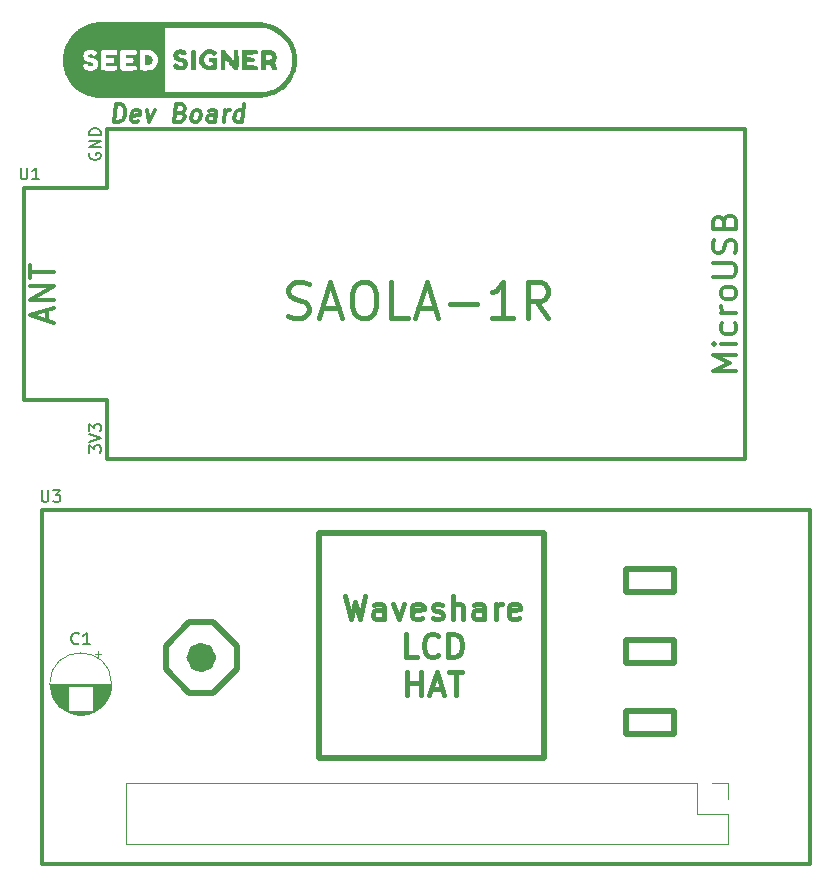
<source format=gbr>
%TF.GenerationSoftware,KiCad,Pcbnew,6.0.9-8da3e8f707~116~ubuntu20.04.1*%
%TF.CreationDate,2022-11-01T21:27:12-06:00*%
%TF.ProjectId,seedsigner-esp32-dev-board,73656564-7369-4676-9e65-722d65737033,rev?*%
%TF.SameCoordinates,Original*%
%TF.FileFunction,Legend,Top*%
%TF.FilePolarity,Positive*%
%FSLAX46Y46*%
G04 Gerber Fmt 4.6, Leading zero omitted, Abs format (unit mm)*
G04 Created by KiCad (PCBNEW 6.0.9-8da3e8f707~116~ubuntu20.04.1) date 2022-11-01 21:27:12*
%MOMM*%
%LPD*%
G01*
G04 APERTURE LIST*
%ADD10C,0.300000*%
%ADD11C,0.400000*%
%ADD12C,0.150000*%
%ADD13C,0.500000*%
%ADD14C,0.120000*%
%ADD15C,1.250000*%
G04 APERTURE END LIST*
D10*
X3508333Y48514285D02*
X3508333Y49466666D01*
X4079761Y48323809D02*
X2079761Y48990476D01*
X4079761Y49657142D01*
X4079761Y50323809D02*
X2079761Y50323809D01*
X4079761Y51466666D01*
X2079761Y51466666D01*
X2079761Y52133333D02*
X2079761Y53276190D01*
X4079761Y52704761D02*
X2079761Y52704761D01*
X9161419Y65361428D02*
X9348919Y66861428D01*
X9706062Y66861428D01*
X9911419Y66790000D01*
X10036419Y66647142D01*
X10089991Y66504285D01*
X10125705Y66218571D01*
X10098919Y66004285D01*
X9991776Y65718571D01*
X9902491Y65575714D01*
X9741776Y65432857D01*
X9518562Y65361428D01*
X9161419Y65361428D01*
X11241776Y65432857D02*
X11089991Y65361428D01*
X10804276Y65361428D01*
X10670348Y65432857D01*
X10616776Y65575714D01*
X10688205Y66147142D01*
X10777491Y66290000D01*
X10929276Y66361428D01*
X11214991Y66361428D01*
X11348919Y66290000D01*
X11402491Y66147142D01*
X11384633Y66004285D01*
X10652491Y65861428D01*
X11929276Y66361428D02*
X12161419Y65361428D01*
X12643562Y66361428D01*
X14831062Y66147142D02*
X15036419Y66075714D01*
X15098919Y66004285D01*
X15152491Y65861428D01*
X15125705Y65647142D01*
X15036419Y65504285D01*
X14956062Y65432857D01*
X14804276Y65361428D01*
X14232848Y65361428D01*
X14420348Y66861428D01*
X14920348Y66861428D01*
X15054276Y66790000D01*
X15116776Y66718571D01*
X15170348Y66575714D01*
X15152491Y66432857D01*
X15063205Y66290000D01*
X14982848Y66218571D01*
X14831062Y66147142D01*
X14331062Y66147142D01*
X15947133Y65361428D02*
X15813205Y65432857D01*
X15750705Y65504285D01*
X15697133Y65647142D01*
X15750705Y66075714D01*
X15839991Y66218571D01*
X15920348Y66290000D01*
X16072133Y66361428D01*
X16286419Y66361428D01*
X16420348Y66290000D01*
X16482848Y66218571D01*
X16536419Y66075714D01*
X16482848Y65647142D01*
X16393562Y65504285D01*
X16313205Y65432857D01*
X16161419Y65361428D01*
X15947133Y65361428D01*
X17732848Y65361428D02*
X17831062Y66147142D01*
X17777491Y66290000D01*
X17643562Y66361428D01*
X17357848Y66361428D01*
X17206062Y66290000D01*
X17741776Y65432857D02*
X17589991Y65361428D01*
X17232848Y65361428D01*
X17098919Y65432857D01*
X17045348Y65575714D01*
X17063205Y65718571D01*
X17152491Y65861428D01*
X17304276Y65932857D01*
X17661419Y65932857D01*
X17813205Y66004285D01*
X18447133Y65361428D02*
X18572133Y66361428D01*
X18536419Y66075714D02*
X18625705Y66218571D01*
X18706062Y66290000D01*
X18857848Y66361428D01*
X19000705Y66361428D01*
X20018562Y65361428D02*
X20206062Y66861428D01*
X20027491Y65432857D02*
X19875705Y65361428D01*
X19589991Y65361428D01*
X19456062Y65432857D01*
X19393562Y65504285D01*
X19339991Y65647142D01*
X19393562Y66075714D01*
X19482848Y66218571D01*
X19563205Y66290000D01*
X19714991Y66361428D01*
X20000705Y66361428D01*
X20134633Y66290000D01*
X61864761Y44276190D02*
X59864761Y44276190D01*
X61293333Y44942857D01*
X59864761Y45609523D01*
X61864761Y45609523D01*
X61864761Y46561904D02*
X60531428Y46561904D01*
X59864761Y46561904D02*
X59960000Y46466666D01*
X60055238Y46561904D01*
X59960000Y46657142D01*
X59864761Y46561904D01*
X60055238Y46561904D01*
X61769523Y48371428D02*
X61864761Y48180952D01*
X61864761Y47800000D01*
X61769523Y47609523D01*
X61674285Y47514285D01*
X61483809Y47419047D01*
X60912380Y47419047D01*
X60721904Y47514285D01*
X60626666Y47609523D01*
X60531428Y47800000D01*
X60531428Y48180952D01*
X60626666Y48371428D01*
X61864761Y49228571D02*
X60531428Y49228571D01*
X60912380Y49228571D02*
X60721904Y49323809D01*
X60626666Y49419047D01*
X60531428Y49609523D01*
X60531428Y49800000D01*
X61864761Y50752380D02*
X61769523Y50561904D01*
X61674285Y50466666D01*
X61483809Y50371428D01*
X60912380Y50371428D01*
X60721904Y50466666D01*
X60626666Y50561904D01*
X60531428Y50752380D01*
X60531428Y51038095D01*
X60626666Y51228571D01*
X60721904Y51323809D01*
X60912380Y51419047D01*
X61483809Y51419047D01*
X61674285Y51323809D01*
X61769523Y51228571D01*
X61864761Y51038095D01*
X61864761Y50752380D01*
X59864761Y52276190D02*
X61483809Y52276190D01*
X61674285Y52371428D01*
X61769523Y52466666D01*
X61864761Y52657142D01*
X61864761Y53038095D01*
X61769523Y53228571D01*
X61674285Y53323809D01*
X61483809Y53419047D01*
X59864761Y53419047D01*
X61769523Y54276190D02*
X61864761Y54561904D01*
X61864761Y55038095D01*
X61769523Y55228571D01*
X61674285Y55323809D01*
X61483809Y55419047D01*
X61293333Y55419047D01*
X61102857Y55323809D01*
X61007619Y55228571D01*
X60912380Y55038095D01*
X60817142Y54657142D01*
X60721904Y54466666D01*
X60626666Y54371428D01*
X60436190Y54276190D01*
X60245714Y54276190D01*
X60055238Y54371428D01*
X59960000Y54466666D01*
X59864761Y54657142D01*
X59864761Y55133333D01*
X59960000Y55419047D01*
X60817142Y56942857D02*
X60912380Y57228571D01*
X61007619Y57323809D01*
X61198095Y57419047D01*
X61483809Y57419047D01*
X61674285Y57323809D01*
X61769523Y57228571D01*
X61864761Y57038095D01*
X61864761Y56276190D01*
X59864761Y56276190D01*
X59864761Y56942857D01*
X59960000Y57133333D01*
X60055238Y57228571D01*
X60245714Y57323809D01*
X60436190Y57323809D01*
X60626666Y57228571D01*
X60721904Y57133333D01*
X60817142Y56942857D01*
X60817142Y56276190D01*
D11*
X23925000Y48950714D02*
X24353571Y48807857D01*
X25067857Y48807857D01*
X25353571Y48950714D01*
X25496428Y49093571D01*
X25639285Y49379285D01*
X25639285Y49665000D01*
X25496428Y49950714D01*
X25353571Y50093571D01*
X25067857Y50236428D01*
X24496428Y50379285D01*
X24210714Y50522142D01*
X24067857Y50665000D01*
X23925000Y50950714D01*
X23925000Y51236428D01*
X24067857Y51522142D01*
X24210714Y51665000D01*
X24496428Y51807857D01*
X25210714Y51807857D01*
X25639285Y51665000D01*
X26782142Y49665000D02*
X28210714Y49665000D01*
X26496428Y48807857D02*
X27496428Y51807857D01*
X28496428Y48807857D01*
X30067857Y51807857D02*
X30639285Y51807857D01*
X30925000Y51665000D01*
X31210714Y51379285D01*
X31353571Y50807857D01*
X31353571Y49807857D01*
X31210714Y49236428D01*
X30925000Y48950714D01*
X30639285Y48807857D01*
X30067857Y48807857D01*
X29782142Y48950714D01*
X29496428Y49236428D01*
X29353571Y49807857D01*
X29353571Y50807857D01*
X29496428Y51379285D01*
X29782142Y51665000D01*
X30067857Y51807857D01*
X34067857Y48807857D02*
X32639285Y48807857D01*
X32639285Y51807857D01*
X34925000Y49665000D02*
X36353571Y49665000D01*
X34639285Y48807857D02*
X35639285Y51807857D01*
X36639285Y48807857D01*
X37639285Y49950714D02*
X39925000Y49950714D01*
X42925000Y48807857D02*
X41210714Y48807857D01*
X42067857Y48807857D02*
X42067857Y51807857D01*
X41782142Y51379285D01*
X41496428Y51093571D01*
X41210714Y50950714D01*
X45925000Y48807857D02*
X44925000Y50236428D01*
X44210714Y48807857D02*
X44210714Y51807857D01*
X45353571Y51807857D01*
X45639285Y51665000D01*
X45782142Y51522142D01*
X45925000Y51236428D01*
X45925000Y50807857D01*
X45782142Y50522142D01*
X45639285Y50379285D01*
X45353571Y50236428D01*
X44210714Y50236428D01*
X28718809Y25270238D02*
X29195000Y23270238D01*
X29575952Y24698809D01*
X29956904Y23270238D01*
X30433095Y25270238D01*
X32052142Y23270238D02*
X32052142Y24317857D01*
X31956904Y24508333D01*
X31766428Y24603571D01*
X31385476Y24603571D01*
X31195000Y24508333D01*
X32052142Y23365476D02*
X31861666Y23270238D01*
X31385476Y23270238D01*
X31195000Y23365476D01*
X31099761Y23555952D01*
X31099761Y23746428D01*
X31195000Y23936904D01*
X31385476Y24032142D01*
X31861666Y24032142D01*
X32052142Y24127380D01*
X32814047Y24603571D02*
X33290238Y23270238D01*
X33766428Y24603571D01*
X35290238Y23365476D02*
X35099761Y23270238D01*
X34718809Y23270238D01*
X34528333Y23365476D01*
X34433095Y23555952D01*
X34433095Y24317857D01*
X34528333Y24508333D01*
X34718809Y24603571D01*
X35099761Y24603571D01*
X35290238Y24508333D01*
X35385476Y24317857D01*
X35385476Y24127380D01*
X34433095Y23936904D01*
X36147380Y23365476D02*
X36337857Y23270238D01*
X36718809Y23270238D01*
X36909285Y23365476D01*
X37004523Y23555952D01*
X37004523Y23651190D01*
X36909285Y23841666D01*
X36718809Y23936904D01*
X36433095Y23936904D01*
X36242619Y24032142D01*
X36147380Y24222619D01*
X36147380Y24317857D01*
X36242619Y24508333D01*
X36433095Y24603571D01*
X36718809Y24603571D01*
X36909285Y24508333D01*
X37861666Y23270238D02*
X37861666Y25270238D01*
X38718809Y23270238D02*
X38718809Y24317857D01*
X38623571Y24508333D01*
X38433095Y24603571D01*
X38147380Y24603571D01*
X37956904Y24508333D01*
X37861666Y24413095D01*
X40528333Y23270238D02*
X40528333Y24317857D01*
X40433095Y24508333D01*
X40242619Y24603571D01*
X39861666Y24603571D01*
X39671190Y24508333D01*
X40528333Y23365476D02*
X40337857Y23270238D01*
X39861666Y23270238D01*
X39671190Y23365476D01*
X39575952Y23555952D01*
X39575952Y23746428D01*
X39671190Y23936904D01*
X39861666Y24032142D01*
X40337857Y24032142D01*
X40528333Y24127380D01*
X41480714Y23270238D02*
X41480714Y24603571D01*
X41480714Y24222619D02*
X41575952Y24413095D01*
X41671190Y24508333D01*
X41861666Y24603571D01*
X42052142Y24603571D01*
X43480714Y23365476D02*
X43290238Y23270238D01*
X42909285Y23270238D01*
X42718809Y23365476D01*
X42623571Y23555952D01*
X42623571Y24317857D01*
X42718809Y24508333D01*
X42909285Y24603571D01*
X43290238Y24603571D01*
X43480714Y24508333D01*
X43575952Y24317857D01*
X43575952Y24127380D01*
X42623571Y23936904D01*
X34814047Y20050238D02*
X33861666Y20050238D01*
X33861666Y22050238D01*
X36623571Y20240714D02*
X36528333Y20145476D01*
X36242619Y20050238D01*
X36052142Y20050238D01*
X35766428Y20145476D01*
X35575952Y20335952D01*
X35480714Y20526428D01*
X35385476Y20907380D01*
X35385476Y21193095D01*
X35480714Y21574047D01*
X35575952Y21764523D01*
X35766428Y21955000D01*
X36052142Y22050238D01*
X36242619Y22050238D01*
X36528333Y21955000D01*
X36623571Y21859761D01*
X37480714Y20050238D02*
X37480714Y22050238D01*
X37956904Y22050238D01*
X38242619Y21955000D01*
X38433095Y21764523D01*
X38528333Y21574047D01*
X38623571Y21193095D01*
X38623571Y20907380D01*
X38528333Y20526428D01*
X38433095Y20335952D01*
X38242619Y20145476D01*
X37956904Y20050238D01*
X37480714Y20050238D01*
X34004523Y16830238D02*
X34004523Y18830238D01*
X34004523Y17877857D02*
X35147380Y17877857D01*
X35147380Y16830238D02*
X35147380Y18830238D01*
X36004523Y17401666D02*
X36956904Y17401666D01*
X35814047Y16830238D02*
X36480714Y18830238D01*
X37147380Y16830238D01*
X37528333Y18830238D02*
X38671190Y18830238D01*
X38099761Y16830238D02*
X38099761Y18830238D01*
D12*
%TO.C,U3*%
X3048095Y34202619D02*
X3048095Y33393095D01*
X3095714Y33297857D01*
X3143333Y33250238D01*
X3238571Y33202619D01*
X3429047Y33202619D01*
X3524285Y33250238D01*
X3571904Y33297857D01*
X3619523Y33393095D01*
X3619523Y34202619D01*
X4000476Y34202619D02*
X4619523Y34202619D01*
X4286190Y33821666D01*
X4429047Y33821666D01*
X4524285Y33774047D01*
X4571904Y33726428D01*
X4619523Y33631190D01*
X4619523Y33393095D01*
X4571904Y33297857D01*
X4524285Y33250238D01*
X4429047Y33202619D01*
X4143333Y33202619D01*
X4048095Y33250238D01*
X4000476Y33297857D01*
%TO.C,C1*%
X6183333Y21232857D02*
X6135714Y21185238D01*
X5992857Y21137619D01*
X5897619Y21137619D01*
X5754761Y21185238D01*
X5659523Y21280476D01*
X5611904Y21375714D01*
X5564285Y21566190D01*
X5564285Y21709047D01*
X5611904Y21899523D01*
X5659523Y21994761D01*
X5754761Y22090000D01*
X5897619Y22137619D01*
X5992857Y22137619D01*
X6135714Y22090000D01*
X6183333Y22042380D01*
X7135714Y21137619D02*
X6564285Y21137619D01*
X6850000Y21137619D02*
X6850000Y22137619D01*
X6754761Y21994761D01*
X6659523Y21899523D01*
X6564285Y21851904D01*
%TO.C,U1*%
X1270095Y61507619D02*
X1270095Y60698095D01*
X1317714Y60602857D01*
X1365333Y60555238D01*
X1460571Y60507619D01*
X1651047Y60507619D01*
X1746285Y60555238D01*
X1793904Y60602857D01*
X1841523Y60698095D01*
X1841523Y61507619D01*
X2841523Y60507619D02*
X2270095Y60507619D01*
X2555809Y60507619D02*
X2555809Y61507619D01*
X2460571Y61364761D01*
X2365333Y61269523D01*
X2270095Y61221904D01*
X7072380Y37369904D02*
X7072380Y37988952D01*
X7453333Y37655619D01*
X7453333Y37798476D01*
X7500952Y37893714D01*
X7548571Y37941333D01*
X7643809Y37988952D01*
X7881904Y37988952D01*
X7977142Y37941333D01*
X8024761Y37893714D01*
X8072380Y37798476D01*
X8072380Y37512761D01*
X8024761Y37417523D01*
X7977142Y37369904D01*
X7072380Y38274666D02*
X8072380Y38608000D01*
X7072380Y38941333D01*
X7072380Y39179428D02*
X7072380Y39798476D01*
X7453333Y39465142D01*
X7453333Y39608000D01*
X7500952Y39703238D01*
X7548571Y39750857D01*
X7643809Y39798476D01*
X7881904Y39798476D01*
X7977142Y39750857D01*
X8024761Y39703238D01*
X8072380Y39608000D01*
X8072380Y39322285D01*
X8024761Y39227047D01*
X7977142Y39179428D01*
X7120000Y62738095D02*
X7072380Y62642857D01*
X7072380Y62500000D01*
X7120000Y62357142D01*
X7215238Y62261904D01*
X7310476Y62214285D01*
X7500952Y62166666D01*
X7643809Y62166666D01*
X7834285Y62214285D01*
X7929523Y62261904D01*
X8024761Y62357142D01*
X8072380Y62500000D01*
X8072380Y62595238D01*
X8024761Y62738095D01*
X7977142Y62785714D01*
X7643809Y62785714D01*
X7643809Y62595238D01*
X8072380Y63214285D02*
X7072380Y63214285D01*
X8072380Y63785714D01*
X7072380Y63785714D01*
X8072380Y64261904D02*
X7072380Y64261904D01*
X7072380Y64500000D01*
X7120000Y64642857D01*
X7215238Y64738095D01*
X7310476Y64785714D01*
X7500952Y64833333D01*
X7643809Y64833333D01*
X7834285Y64785714D01*
X7929523Y64738095D01*
X8024761Y64642857D01*
X8072380Y64500000D01*
X8072380Y64261904D01*
%TO.C,LOGO1*%
G36*
X21664404Y71450115D02*
G01*
X21681339Y71466075D01*
X21699352Y71477856D01*
X21724043Y71486092D01*
X21761011Y71491417D01*
X21815853Y71494467D01*
X21894168Y71495875D01*
X22001555Y71496276D01*
X22071973Y71496297D01*
X22210440Y71495563D01*
X22317486Y71493083D01*
X22399300Y71488434D01*
X22462066Y71481196D01*
X22511971Y71470946D01*
X22532968Y71464898D01*
X22665229Y71404573D01*
X22777601Y71316299D01*
X22866722Y71205711D01*
X22929227Y71078442D01*
X22961754Y70940127D01*
X22960939Y70796399D01*
X22954756Y70758356D01*
X22926282Y70646555D01*
X22886048Y70554711D01*
X22830700Y70470889D01*
X22788162Y70414445D01*
X22889933Y70179880D01*
X22927479Y70091016D01*
X22958777Y70012505D01*
X22980998Y69951782D01*
X22991313Y69916280D01*
X22991704Y69912502D01*
X22974667Y69868199D01*
X22929765Y69823764D01*
X22866308Y69784883D01*
X22793608Y69757240D01*
X22720976Y69746522D01*
X22719871Y69746519D01*
X22678411Y69752126D01*
X22642194Y69772084D01*
X22607622Y69811096D01*
X22571095Y69873866D01*
X22529015Y69965099D01*
X22500495Y70033280D01*
X22417852Y70235375D01*
X22225000Y70235540D01*
X22032148Y70235704D01*
X22032148Y70069178D01*
X22027140Y69942340D01*
X22012039Y69851317D01*
X21986730Y69795643D01*
X21960020Y69776513D01*
X21864920Y69758898D01*
X21770979Y69758628D01*
X21732030Y69765084D01*
X21704902Y69771817D01*
X21682467Y69779789D01*
X21664277Y69792369D01*
X21649890Y69812924D01*
X21638859Y69844821D01*
X21630739Y69891427D01*
X21625084Y69956110D01*
X21621451Y70042238D01*
X21619393Y70153177D01*
X21618465Y70292295D01*
X21618223Y70462960D01*
X21618222Y70625859D01*
X21618222Y70649630D01*
X22032148Y70649630D01*
X22203342Y70649630D01*
X22321105Y70654036D01*
X22404172Y70667415D01*
X22435803Y70678703D01*
X22498247Y70726773D01*
X22535853Y70793671D01*
X22548441Y70869918D01*
X22535831Y70946035D01*
X22497844Y71012543D01*
X22442970Y71055754D01*
X22387381Y71071650D01*
X22296742Y71080495D01*
X22211823Y71082371D01*
X22032148Y71082371D01*
X22032148Y70649630D01*
X21618222Y70649630D01*
X21618222Y71403933D01*
X21664404Y71450115D01*
G37*
G36*
X18485087Y71488218D02*
G01*
X18504681Y71483825D01*
X18523482Y71476600D01*
X18543820Y71463793D01*
X18568025Y71442648D01*
X18598429Y71410415D01*
X18637361Y71364340D01*
X18687152Y71301671D01*
X18750132Y71219653D01*
X18828631Y71115536D01*
X18924981Y70986565D01*
X19035717Y70837778D01*
X19294593Y70489704D01*
X19304000Y70954737D01*
X19307150Y71109989D01*
X19310640Y71231706D01*
X19316056Y71323962D01*
X19324982Y71390832D01*
X19339003Y71436389D01*
X19359702Y71464707D01*
X19388665Y71479862D01*
X19427476Y71485926D01*
X19477719Y71486974D01*
X19510963Y71486889D01*
X19558002Y71487564D01*
X19596933Y71487428D01*
X19628541Y71483243D01*
X19653614Y71471772D01*
X19672938Y71449775D01*
X19687300Y71414014D01*
X19697487Y71361250D01*
X19704284Y71288246D01*
X19708480Y71191762D01*
X19710860Y71068560D01*
X19712211Y70915403D01*
X19713320Y70729050D01*
X19713821Y70651774D01*
X19714733Y70451244D01*
X19714571Y70274523D01*
X19713376Y70124028D01*
X19711187Y70002175D01*
X19708042Y69911381D01*
X19703982Y69854061D01*
X19700536Y69834933D01*
X19666274Y69793895D01*
X19604807Y69765213D01*
X19525331Y69751701D01*
X19441208Y69755528D01*
X19413090Y69759781D01*
X19390065Y69765566D01*
X19368263Y69776794D01*
X19343812Y69797379D01*
X19312843Y69831232D01*
X19271485Y69882268D01*
X19215865Y69954397D01*
X19142115Y70051534D01*
X19121587Y70078607D01*
X19075537Y70139507D01*
X19013602Y70221674D01*
X18942450Y70316251D01*
X18868745Y70414381D01*
X18833416Y70461482D01*
X18769386Y70545918D01*
X18712405Y70619231D01*
X18666558Y70676309D01*
X18635930Y70712043D01*
X18625423Y70721753D01*
X18619770Y70705692D01*
X18615043Y70655517D01*
X18611388Y70574733D01*
X18608954Y70466848D01*
X18607888Y70335369D01*
X18607852Y70304009D01*
X18606769Y70134711D01*
X18603527Y70002007D01*
X18598141Y69906178D01*
X18590622Y69847501D01*
X18586043Y69832129D01*
X18546220Y69787169D01*
X18480869Y69759347D01*
X18398925Y69750694D01*
X18309325Y69763237D01*
X18297429Y69766576D01*
X18272658Y69774212D01*
X18252191Y69783251D01*
X18235619Y69797091D01*
X18222529Y69819129D01*
X18212512Y69852764D01*
X18205157Y69901395D01*
X18200052Y69968419D01*
X18196788Y70057235D01*
X18194953Y70171241D01*
X18194138Y70313836D01*
X18193930Y70488418D01*
X18193926Y70622919D01*
X18194029Y70815236D01*
X18194433Y70973467D01*
X18195282Y71101153D01*
X18196720Y71201839D01*
X18198891Y71279067D01*
X18201938Y71336380D01*
X18206005Y71377320D01*
X18211236Y71405431D01*
X18217776Y71424255D01*
X18225766Y71437335D01*
X18227044Y71438953D01*
X18274504Y71471733D01*
X18346449Y71491028D01*
X18431473Y71494661D01*
X18485087Y71488218D01*
G37*
G36*
X17401843Y71517998D02*
G01*
X17519192Y71490880D01*
X17629568Y71451152D01*
X17726329Y71402482D01*
X17802831Y71348540D01*
X17852430Y71292994D01*
X17866246Y71261519D01*
X17863066Y71210344D01*
X17837135Y71148258D01*
X17795787Y71085226D01*
X17746360Y71031214D01*
X17696188Y70996186D01*
X17665127Y70988297D01*
X17630063Y70996491D01*
X17574398Y71017905D01*
X17514463Y71045816D01*
X17387626Y71097027D01*
X17271049Y71115622D01*
X17157735Y71102426D01*
X17122225Y71092025D01*
X17002286Y71033988D01*
X16908118Y70949889D01*
X16842196Y70843223D01*
X16806997Y70717482D01*
X16801630Y70639914D01*
X16819622Y70508375D01*
X16871060Y70387990D01*
X16952141Y70284597D01*
X17059057Y70204034D01*
X17099074Y70183585D01*
X17165550Y70156624D01*
X17222421Y70144868D01*
X17289179Y70145180D01*
X17321367Y70147826D01*
X17409521Y70158052D01*
X17466443Y70172912D01*
X17498506Y70198347D01*
X17512084Y70240300D01*
X17513553Y70304710D01*
X17512723Y70326183D01*
X17507185Y70452074D01*
X17362241Y70461482D01*
X17290098Y70468657D01*
X17231768Y70479036D01*
X17198206Y70490574D01*
X17195730Y70492526D01*
X17183325Y70524084D01*
X17176364Y70579485D01*
X17174842Y70645353D01*
X17178757Y70708310D01*
X17188104Y70754979D01*
X17195800Y70769104D01*
X17223793Y70778442D01*
X17286925Y70785126D01*
X17385972Y70789205D01*
X17521710Y70790727D01*
X17538011Y70790741D01*
X17663288Y70791175D01*
X17758728Y70789490D01*
X17828369Y70781209D01*
X17876248Y70761854D01*
X17906402Y70726948D01*
X17922870Y70672011D01*
X17929688Y70592566D01*
X17930894Y70484136D01*
X17930519Y70355421D01*
X17930519Y70008936D01*
X17850556Y69929077D01*
X17772249Y69861283D01*
X17687680Y69811974D01*
X17585088Y69775282D01*
X17502105Y69755191D01*
X17328780Y69732112D01*
X17162554Y69736279D01*
X17048191Y69757479D01*
X16883572Y69820825D01*
X16734491Y69916626D01*
X16604911Y70041530D01*
X16498791Y70192188D01*
X16469699Y70246776D01*
X16397111Y70393615D01*
X16397111Y70640139D01*
X16397437Y70741205D01*
X16399485Y70813911D01*
X16404861Y70867528D01*
X16415168Y70911325D01*
X16432013Y70954572D01*
X16457001Y71006539D01*
X16462441Y71017443D01*
X16557240Y71168465D01*
X16676914Y71296628D01*
X16816514Y71399293D01*
X16971093Y71473825D01*
X17135702Y71517588D01*
X17305395Y71527944D01*
X17401843Y71517998D01*
G37*
G36*
X15959866Y71493195D02*
G01*
X16029835Y71472988D01*
X16055907Y71457301D01*
X16105482Y71418306D01*
X16105482Y70637620D01*
X16105015Y70430640D01*
X16103646Y70250593D01*
X16101416Y70099357D01*
X16098371Y69978810D01*
X16094553Y69890828D01*
X16090008Y69837288D01*
X16086445Y69821364D01*
X16054788Y69792855D01*
X15999824Y69767819D01*
X15935834Y69751545D01*
X15889111Y69748321D01*
X15844344Y69754664D01*
X15790978Y69767402D01*
X15767067Y69775793D01*
X15747228Y69788088D01*
X15731115Y69807572D01*
X15718381Y69837529D01*
X15708680Y69881242D01*
X15701664Y69941996D01*
X15696987Y70023075D01*
X15694302Y70127762D01*
X15693263Y70259341D01*
X15693522Y70421098D01*
X15694734Y70616315D01*
X15695176Y70674825D01*
X15700963Y71424391D01*
X15745381Y71460344D01*
X15802699Y71487019D01*
X15879174Y71497921D01*
X15959866Y71493195D01*
G37*
G36*
X10762074Y70790741D02*
G01*
X10752667Y70781334D01*
X10743259Y70790741D01*
X10752667Y70800148D01*
X10762074Y70790741D01*
G37*
G36*
X20850255Y71496194D02*
G01*
X20978969Y71495713D01*
X21078459Y71494594D01*
X21152928Y71492580D01*
X21206577Y71489409D01*
X21243610Y71484823D01*
X21268230Y71478564D01*
X21284638Y71470372D01*
X21297038Y71459987D01*
X21298371Y71458667D01*
X21326229Y71408624D01*
X21340139Y71337313D01*
X21340184Y71258382D01*
X21326447Y71185479D01*
X21299009Y71132252D01*
X21296376Y71129408D01*
X21282395Y71117284D01*
X21263781Y71107964D01*
X21235612Y71100994D01*
X21192963Y71095918D01*
X21130914Y71092282D01*
X21044541Y71089631D01*
X20928921Y71087510D01*
X20827515Y71086091D01*
X20395259Y71080404D01*
X20395259Y70840367D01*
X20694379Y70834369D01*
X20822524Y70831137D01*
X20917881Y70825571D01*
X20985291Y70815075D01*
X21029595Y70797052D01*
X21055634Y70768905D01*
X21068249Y70728038D01*
X21072280Y70671854D01*
X21072593Y70631495D01*
X21071882Y70563514D01*
X21066443Y70513188D01*
X21051319Y70477663D01*
X21021551Y70454084D01*
X20972183Y70439596D01*
X20898255Y70431345D01*
X20794811Y70426477D01*
X20711974Y70423852D01*
X20404667Y70414445D01*
X20404667Y70169852D01*
X20843660Y70160445D01*
X20983952Y70157244D01*
X21091376Y70154115D01*
X21170690Y70150587D01*
X21226649Y70146192D01*
X21264013Y70140461D01*
X21287538Y70132924D01*
X21301982Y70123111D01*
X21309327Y70114515D01*
X21331285Y70061039D01*
X21340352Y69988197D01*
X21337085Y69909927D01*
X21322043Y69840169D01*
X21296473Y69793556D01*
X21284309Y69782783D01*
X21268384Y69774254D01*
X21244446Y69767682D01*
X21208244Y69762780D01*
X21155527Y69759259D01*
X21082042Y69756833D01*
X20983538Y69755215D01*
X20855765Y69754116D01*
X20700506Y69753279D01*
X20557371Y69752883D01*
X20425049Y69753053D01*
X20308615Y69753740D01*
X20213144Y69754896D01*
X20143712Y69756473D01*
X20105393Y69758420D01*
X20100891Y69759033D01*
X20057475Y69779280D01*
X20025632Y69805967D01*
X20016751Y69817831D01*
X20009458Y69834353D01*
X20003560Y69859191D01*
X19998867Y69896003D01*
X19995185Y69948447D01*
X19992323Y70020180D01*
X19990089Y70114861D01*
X19988290Y70236148D01*
X19986735Y70387698D01*
X19985231Y70573170D01*
X19985210Y70575945D01*
X19983918Y70780458D01*
X19983613Y70950640D01*
X19984598Y71089785D01*
X19987175Y71201187D01*
X19991647Y71288140D01*
X19998317Y71353935D01*
X20007488Y71401868D01*
X20019462Y71435230D01*
X20034543Y71457316D01*
X20053033Y71471420D01*
X20068173Y71478308D01*
X20098713Y71482900D01*
X20161958Y71487042D01*
X20252983Y71490591D01*
X20366862Y71493402D01*
X20498673Y71495334D01*
X20643491Y71496244D01*
X20688114Y71496297D01*
X20850255Y71496194D01*
G37*
G36*
X4865037Y70355307D02*
G01*
X4859557Y70480756D01*
X4860736Y70799358D01*
X4887349Y71097238D01*
X4907551Y71204667D01*
X6604000Y71204667D01*
X6613408Y71195260D01*
X6622815Y71204667D01*
X6613408Y71214074D01*
X6604000Y71204667D01*
X4907551Y71204667D01*
X4941056Y71382843D01*
X5023520Y71664622D01*
X5136400Y71951021D01*
X5158197Y71999601D01*
X5247201Y72171415D01*
X5360629Y72354179D01*
X5491334Y72538366D01*
X5632170Y72714450D01*
X5775990Y72872903D01*
X5904946Y72995047D01*
X6006727Y73082229D01*
X6088066Y73149897D01*
X6156513Y73203685D01*
X6219619Y73249227D01*
X6284934Y73292156D01*
X6360010Y73338106D01*
X6363438Y73340148D01*
X6383523Y73352112D01*
X6547403Y73445064D01*
X6697692Y73520021D01*
X6849168Y73583707D01*
X7016611Y73642849D01*
X7036741Y73649399D01*
X7149062Y73685595D01*
X7233926Y73712437D01*
X7299675Y73732170D01*
X7354649Y73747038D01*
X7407191Y73759285D01*
X7465640Y73771156D01*
X7538338Y73784895D01*
X7544741Y73786090D01*
X7561682Y73788997D01*
X7581184Y73791733D01*
X7604393Y73794304D01*
X7632457Y73796717D01*
X7666525Y73798978D01*
X7707743Y73801093D01*
X7757260Y73803067D01*
X7816224Y73804908D01*
X7885781Y73806620D01*
X7967080Y73808211D01*
X8061269Y73809687D01*
X8169495Y73811053D01*
X8292905Y73812315D01*
X8432649Y73813481D01*
X8589872Y73814555D01*
X8765724Y73815545D01*
X8961351Y73816455D01*
X9177902Y73817293D01*
X9416524Y73818064D01*
X9678365Y73818775D01*
X9964573Y73819432D01*
X10276295Y73820040D01*
X10614679Y73820606D01*
X10980873Y73821136D01*
X11376024Y73821637D01*
X11801281Y73822113D01*
X12257790Y73822572D01*
X12746700Y73823020D01*
X13269159Y73823462D01*
X13826313Y73823905D01*
X14419312Y73824355D01*
X14764926Y73824610D01*
X15367480Y73825006D01*
X15948376Y73825295D01*
X16506813Y73825479D01*
X17041991Y73825560D01*
X17553112Y73825538D01*
X18039373Y73825415D01*
X18499977Y73825192D01*
X18934122Y73824871D01*
X19341009Y73824453D01*
X19719838Y73823940D01*
X20069809Y73823333D01*
X20390123Y73822632D01*
X20679978Y73821841D01*
X20938576Y73820960D01*
X21165116Y73819990D01*
X21358798Y73818932D01*
X21518823Y73817789D01*
X21644390Y73816562D01*
X21734700Y73815251D01*
X21788953Y73813859D01*
X21806371Y73812439D01*
X21823472Y73801222D01*
X21868627Y73787572D01*
X21932611Y73774193D01*
X21942778Y73772457D01*
X22293307Y73696126D01*
X22626942Y73586773D01*
X22942317Y73445282D01*
X23238065Y73272543D01*
X23512820Y73069440D01*
X23765216Y72836861D01*
X23993889Y72575694D01*
X24173616Y72324148D01*
X24287566Y72128240D01*
X24393917Y71907004D01*
X24487819Y71672645D01*
X24564422Y71437365D01*
X24618874Y71213367D01*
X24622322Y71195260D01*
X24637352Y71086186D01*
X24648269Y70948836D01*
X24655070Y70792236D01*
X24657752Y70625416D01*
X24656312Y70457402D01*
X24650746Y70297223D01*
X24641053Y70153907D01*
X24627230Y70036482D01*
X24622703Y70009926D01*
X24552878Y69722081D01*
X24451099Y69430439D01*
X24320929Y69143636D01*
X24165930Y68870307D01*
X24128994Y68813055D01*
X24044698Y68695863D01*
X23940458Y68567218D01*
X23823605Y68434953D01*
X23701470Y68306904D01*
X23581387Y68190906D01*
X23470686Y68094794D01*
X23421194Y68056679D01*
X23161409Y67885803D01*
X22888096Y67740732D01*
X22607367Y67624002D01*
X22325336Y67538152D01*
X22048116Y67485719D01*
X22044759Y67485293D01*
X21968214Y67473980D01*
X21913551Y67462586D01*
X21886725Y67452528D01*
X21886620Y67447629D01*
X21869440Y67446773D01*
X21816205Y67445948D01*
X21728494Y67445153D01*
X21607883Y67444389D01*
X21455946Y67443657D01*
X21274262Y67442956D01*
X21064406Y67442287D01*
X20827954Y67441650D01*
X20566483Y67441046D01*
X20281569Y67440474D01*
X19974788Y67439935D01*
X19647717Y67439430D01*
X19301932Y67438957D01*
X18939009Y67438519D01*
X18560525Y67438115D01*
X18168055Y67437745D01*
X17763176Y67437410D01*
X17347465Y67437109D01*
X16922498Y67436844D01*
X16489850Y67436614D01*
X16051099Y67436420D01*
X15607821Y67436261D01*
X15161591Y67436139D01*
X14713986Y67436054D01*
X14266583Y67436005D01*
X13820958Y67435994D01*
X13378686Y67436020D01*
X12941345Y67436083D01*
X12510511Y67436184D01*
X12087760Y67436324D01*
X11674667Y67436502D01*
X11272811Y67436719D01*
X10883766Y67436974D01*
X10509109Y67437269D01*
X10150417Y67437604D01*
X9809265Y67437978D01*
X9487230Y67438393D01*
X9185889Y67438848D01*
X8906817Y67439343D01*
X8651591Y67439880D01*
X8421787Y67440457D01*
X8218982Y67441076D01*
X8044751Y67441737D01*
X7900672Y67442440D01*
X7788320Y67443186D01*
X7709271Y67443973D01*
X7665103Y67444804D01*
X7657630Y67445143D01*
X7502061Y67463849D01*
X7326428Y67496956D01*
X7141799Y67541469D01*
X6959242Y67594395D01*
X6789826Y67652739D01*
X6644618Y67713506D01*
X6618129Y67726349D01*
X6311450Y67899302D01*
X6281182Y67920845D01*
X13490222Y67920845D01*
X17756482Y67926251D01*
X22022741Y67931657D01*
X22220296Y67981189D01*
X22526823Y68076761D01*
X22814691Y68204262D01*
X23082165Y68362012D01*
X23327508Y68548329D01*
X23548985Y68761533D01*
X23744858Y68999942D01*
X23913393Y69261877D01*
X24052853Y69545656D01*
X24161502Y69849598D01*
X24165982Y69864907D01*
X24234576Y70168037D01*
X24266927Y70474955D01*
X24263744Y70782339D01*
X24225737Y71086869D01*
X24153615Y71385222D01*
X24048087Y71674077D01*
X23909862Y71950112D01*
X23739649Y72210005D01*
X23637811Y72338761D01*
X23420577Y72567776D01*
X23177649Y72771329D01*
X22912860Y72947285D01*
X22630044Y73093508D01*
X22333034Y73207864D01*
X22025665Y73288216D01*
X21891037Y73311815D01*
X21865661Y73315039D01*
X21833417Y73318013D01*
X21792819Y73320747D01*
X21742384Y73323251D01*
X21680628Y73325534D01*
X21606066Y73327606D01*
X21517213Y73329477D01*
X21412587Y73331157D01*
X21290701Y73332655D01*
X21150073Y73333981D01*
X20989218Y73335145D01*
X20806652Y73336156D01*
X20600890Y73337025D01*
X20370448Y73337762D01*
X20113842Y73338375D01*
X19829588Y73338874D01*
X19516201Y73339271D01*
X19172197Y73339573D01*
X18796092Y73339791D01*
X18386401Y73339935D01*
X17941641Y73340015D01*
X17596556Y73340038D01*
X13490222Y73340148D01*
X13490222Y67920845D01*
X6281182Y67920845D01*
X6032048Y68098164D01*
X5780029Y68322811D01*
X5555499Y68573121D01*
X5358563Y68848968D01*
X5189326Y69150232D01*
X5047893Y69476787D01*
X4996105Y69623579D01*
X4945399Y69795349D01*
X4907737Y69967747D01*
X4888223Y70104000D01*
X6528741Y70104000D01*
X6534842Y70073402D01*
X6543277Y70066371D01*
X6560258Y70051296D01*
X6585427Y70013500D01*
X6595018Y69996271D01*
X6630089Y69939312D01*
X6668785Y69889925D01*
X6703055Y69857528D01*
X6720085Y69850000D01*
X6741587Y69838821D01*
X6776758Y69811663D01*
X6779623Y69809192D01*
X6814343Y69784481D01*
X6836466Y69778611D01*
X6837575Y69779402D01*
X6847637Y69775771D01*
X6848593Y69767359D01*
X6859755Y69753280D01*
X6867647Y69756074D01*
X6895800Y69756308D01*
X6939582Y69741356D01*
X6945797Y69738370D01*
X7003321Y69717534D01*
X7058446Y69708889D01*
X7096810Y69703169D01*
X7112000Y69690074D01*
X7128540Y69677638D01*
X7169210Y69671422D01*
X7177852Y69671260D01*
X7221378Y69675985D01*
X7243135Y69687605D01*
X7243704Y69690074D01*
X7259730Y69704483D01*
X7288375Y69708889D01*
X7334760Y69715154D01*
X7394092Y69730701D01*
X7408971Y69735677D01*
X7457940Y69749767D01*
X7490641Y69753302D01*
X7496003Y69751356D01*
X7506146Y69754896D01*
X7507111Y69763308D01*
X7518148Y69777473D01*
X7525926Y69774741D01*
X7543264Y69776233D01*
X7544741Y69783038D01*
X7559962Y69800709D01*
X7572963Y69802963D01*
X7598001Y69813123D01*
X7601185Y69821778D01*
X7616347Y69838646D01*
X7628341Y69840593D01*
X7659400Y69854696D01*
X7681769Y69878103D01*
X7706237Y69901773D01*
X7721460Y69902195D01*
X7727202Y69904661D01*
X7722524Y69920971D01*
X7724519Y69953618D01*
X7740236Y69964702D01*
X7760810Y69982395D01*
X7759893Y69993083D01*
X7763602Y70008773D01*
X7770519Y70009926D01*
X7782788Y70021387D01*
X7779926Y70028741D01*
X7782042Y70046051D01*
X7789334Y70047556D01*
X7801603Y70059017D01*
X7798741Y70066371D01*
X7796596Y70097515D01*
X7801156Y70107908D01*
X7817022Y70155293D01*
X7826092Y70226602D01*
X7828139Y70308709D01*
X7822938Y70388486D01*
X7810261Y70452806D01*
X7807261Y70461482D01*
X7805920Y70485000D01*
X7793647Y70498418D01*
X7787321Y70499111D01*
X7774944Y70512873D01*
X7777698Y70528311D01*
X7779188Y70547757D01*
X7767106Y70544039D01*
X7753280Y70543402D01*
X7757698Y70562854D01*
X7761066Y70584922D01*
X7754070Y70585240D01*
X7733212Y70591994D01*
X7698404Y70620357D01*
X7678570Y70640708D01*
X7631327Y70686938D01*
X7593867Y70707330D01*
X7558852Y70708302D01*
X7545185Y70720280D01*
X7544741Y70724889D01*
X7528983Y70740176D01*
X7507111Y70743704D01*
X7476527Y70750853D01*
X7469482Y70760757D01*
X7454498Y70770436D01*
X7431852Y70767970D01*
X7401877Y70767441D01*
X7394222Y70776530D01*
X7378517Y70786905D01*
X7344389Y70785404D01*
X7309747Y70783437D01*
X7307747Y70796792D01*
X8074657Y70796792D01*
X8075257Y70633832D01*
X8075638Y70573277D01*
X8077031Y70383847D01*
X8078432Y70228450D01*
X8080033Y70103486D01*
X8082029Y70005361D01*
X8084611Y69930476D01*
X8087973Y69875234D01*
X8092308Y69836038D01*
X8097808Y69809292D01*
X8104668Y69791397D01*
X8113079Y69778756D01*
X8118593Y69772575D01*
X8130439Y69761341D01*
X8145141Y69752419D01*
X8166896Y69745514D01*
X8199905Y69740332D01*
X8248364Y69736579D01*
X8316473Y69733959D01*
X8408431Y69732179D01*
X8528436Y69730943D01*
X8680686Y69729957D01*
X8730074Y69729684D01*
X8876215Y69729285D01*
X9012585Y69729666D01*
X9133969Y69730756D01*
X9235153Y69732479D01*
X9310923Y69734763D01*
X9356066Y69737535D01*
X9363548Y69738584D01*
X9401982Y69752555D01*
X9427501Y69780509D01*
X9442986Y69829257D01*
X9451315Y69905607D01*
X9453517Y69951342D01*
X9452485Y70018176D01*
X9440646Y70062610D01*
X9414910Y70098426D01*
X9383084Y70129281D01*
X9362622Y70142873D01*
X9361740Y70142899D01*
X9340605Y70142533D01*
X9287333Y70142209D01*
X9207415Y70141942D01*
X9106343Y70141748D01*
X8989611Y70141644D01*
X8927630Y70141630D01*
X8504296Y70141630D01*
X8504262Y70259222D01*
X8504228Y70376815D01*
X8743275Y70370980D01*
X8871184Y70370047D01*
X8962027Y70374408D01*
X9015995Y70384074D01*
X9024262Y70387591D01*
X9065735Y70401748D01*
X9090990Y70401367D01*
X9117738Y70405893D01*
X9147634Y70426535D01*
X9167896Y70451943D01*
X9167519Y70469321D01*
X9169962Y70479842D01*
X9174658Y70480297D01*
X9183718Y70497354D01*
X9188288Y70541778D01*
X9187955Y70588482D01*
X9183290Y70678232D01*
X9177798Y70736573D01*
X9169869Y70769719D01*
X9157893Y70783883D01*
X9140259Y70785277D01*
X9137084Y70784779D01*
X9113043Y70786379D01*
X9112128Y70794186D01*
X9105962Y70796226D01*
X9709839Y70796226D01*
X9709917Y70605025D01*
X9709924Y70593592D01*
X9710470Y70396873D01*
X9711797Y70224334D01*
X9713853Y70078223D01*
X9716586Y69960784D01*
X9719943Y69874265D01*
X9723874Y69820910D01*
X9728261Y69802963D01*
X9741906Y69789111D01*
X9741371Y69782019D01*
X9753596Y69763606D01*
X9782561Y69753371D01*
X9821463Y69743901D01*
X9838149Y69735975D01*
X9858671Y69733648D01*
X9912193Y69731666D01*
X9994085Y69730085D01*
X10099720Y69728965D01*
X10224469Y69728363D01*
X10363702Y69728338D01*
X10430137Y69728531D01*
X10599694Y69729475D01*
X10735298Y69730972D01*
X10840624Y69733193D01*
X10919347Y69736312D01*
X10975141Y69740502D01*
X11011683Y69745935D01*
X11032646Y69752784D01*
X11038789Y69757138D01*
X11068102Y69807992D01*
X11084581Y69880524D01*
X11088042Y69961691D01*
X11078298Y70038451D01*
X11055166Y70097763D01*
X11043832Y70112027D01*
X11017552Y70119429D01*
X10955748Y70125887D01*
X10860516Y70131279D01*
X10733955Y70135484D01*
X10591836Y70138198D01*
X10160000Y70144174D01*
X10160000Y70367408D01*
X10399889Y70369636D01*
X10491536Y70370311D01*
X10569337Y70370554D01*
X10625672Y70370364D01*
X10652925Y70369741D01*
X10653889Y70369636D01*
X10667303Y70381913D01*
X10668000Y70388262D01*
X10683361Y70400836D01*
X10712884Y70397851D01*
X10761203Y70399939D01*
X10781040Y70414627D01*
X10795383Y70437375D01*
X10793435Y70442667D01*
X10792419Y70458362D01*
X10802520Y70497971D01*
X10809808Y70519902D01*
X10825437Y70586799D01*
X10825155Y70612000D01*
X11335926Y70612000D01*
X11336295Y70445754D01*
X11337349Y70291804D01*
X11339008Y70154083D01*
X11341192Y70036526D01*
X11343821Y69943067D01*
X11346814Y69877639D01*
X11350093Y69844176D01*
X11351605Y69840593D01*
X11361493Y69826972D01*
X11359837Y69818250D01*
X11365418Y69788238D01*
X11381787Y69764306D01*
X11396536Y69753105D01*
X11420488Y69744785D01*
X11458895Y69738894D01*
X11517014Y69734981D01*
X11600100Y69732593D01*
X11713407Y69731279D01*
X11769717Y69730946D01*
X11919013Y69731302D01*
X12035229Y69734177D01*
X12122847Y69739819D01*
X12186348Y69748478D01*
X12216569Y69755768D01*
X12267260Y69769403D01*
X12299204Y69774878D01*
X12304889Y69773459D01*
X12318777Y69773694D01*
X12353219Y69788659D01*
X12397378Y69812332D01*
X12440418Y69838688D01*
X12471504Y69861704D01*
X12479424Y69870482D01*
X12505693Y69887531D01*
X12518743Y69885992D01*
X12548749Y69891303D01*
X12569986Y69909200D01*
X12586692Y69932170D01*
X12577834Y69932215D01*
X12568296Y69927604D01*
X12565131Y69930990D01*
X12585455Y69954236D01*
X12617277Y69985141D01*
X12662444Y70030974D01*
X12695581Y70071597D01*
X12706057Y70089889D01*
X12723870Y70117646D01*
X12735000Y70122815D01*
X12752009Y70138767D01*
X12764171Y70169852D01*
X12779664Y70205101D01*
X12795543Y70216889D01*
X12806446Y70228437D01*
X12803482Y70235704D01*
X12804638Y70253056D01*
X12811188Y70254519D01*
X12822492Y70268265D01*
X12819693Y70282741D01*
X12819698Y70306948D01*
X12827929Y70310963D01*
X12838790Y70326030D01*
X12836386Y70351535D01*
X12833850Y70379672D01*
X12848309Y70378181D01*
X12862593Y70377700D01*
X12859993Y70407287D01*
X12858641Y70412868D01*
X12854953Y70448349D01*
X12862838Y70461482D01*
X12870453Y70478807D01*
X12876187Y70524850D01*
X12879071Y70590707D01*
X12879236Y70612000D01*
X12877348Y70681898D01*
X12872332Y70734534D01*
X12865158Y70761006D01*
X12862838Y70762519D01*
X12854751Y70777986D01*
X12858641Y70811132D01*
X12863138Y70844469D01*
X12850881Y70847305D01*
X12848309Y70845820D01*
X12833419Y70845299D01*
X12836393Y70872492D01*
X12838402Y70900497D01*
X12827934Y70901300D01*
X12817011Y70905013D01*
X12821549Y70929496D01*
X12824120Y70962040D01*
X12813047Y70969482D01*
X12800631Y70980934D01*
X12803482Y70988297D01*
X12801762Y71005624D01*
X12794781Y71007111D01*
X12773522Y71022526D01*
X12751568Y71058852D01*
X12729574Y71092606D01*
X12690335Y71139746D01*
X12641516Y71192458D01*
X12590782Y71242927D01*
X12545797Y71283341D01*
X12514228Y71305885D01*
X12507025Y71308148D01*
X12487912Y71323075D01*
X12481068Y71336263D01*
X12463903Y71355734D01*
X12454592Y71354682D01*
X12434031Y71360497D01*
X12419506Y71378308D01*
X12403989Y71398957D01*
X12399535Y71397085D01*
X12385811Y71395699D01*
X12353421Y71412388D01*
X12351926Y71413360D01*
X12319207Y71430868D01*
X12304913Y71430733D01*
X12304889Y71430305D01*
X12293413Y71427453D01*
X12281371Y71434984D01*
X12270629Y71442974D01*
X12258033Y71449156D01*
X12238750Y71453885D01*
X12207944Y71457518D01*
X12160784Y71460411D01*
X12092434Y71462922D01*
X11998061Y71465406D01*
X11872832Y71468219D01*
X11813121Y71469515D01*
X11666702Y71472163D01*
X11554264Y71472799D01*
X11472201Y71471164D01*
X11416903Y71466997D01*
X11384766Y71460036D01*
X11372180Y71450024D01*
X11374774Y71437881D01*
X11371065Y71422190D01*
X11364148Y71421037D01*
X11351879Y71409576D01*
X11354741Y71402222D01*
X11355976Y71384769D01*
X11351148Y71383408D01*
X11347867Y71365249D01*
X11344829Y71313394D01*
X11342112Y71231778D01*
X11339792Y71124335D01*
X11337948Y70994998D01*
X11336657Y70847700D01*
X11335997Y70686377D01*
X11335926Y70612000D01*
X10825155Y70612000D01*
X10824804Y70643396D01*
X10823971Y70646902D01*
X10815759Y70697081D01*
X10815955Y70730011D01*
X10809800Y70755578D01*
X10797109Y70758233D01*
X10775027Y70768040D01*
X10772337Y70778372D01*
X10764930Y70787975D01*
X10740389Y70794749D01*
X10694105Y70799029D01*
X10621471Y70801152D01*
X10517875Y70801455D01*
X10461037Y70801097D01*
X10150593Y70798560D01*
X10156902Y70921651D01*
X10163211Y71044741D01*
X10541369Y71044741D01*
X10672648Y71045073D01*
X10772233Y71046394D01*
X10846054Y71049191D01*
X10900043Y71053950D01*
X10940132Y71061158D01*
X10972253Y71071302D01*
X10996695Y71082097D01*
X11040468Y71106182D01*
X11066369Y71132732D01*
X11079468Y71172194D01*
X11084836Y71235017D01*
X11085866Y71265815D01*
X11079634Y71361771D01*
X11055296Y71428506D01*
X11032658Y71453126D01*
X11011668Y71459970D01*
X10967543Y71465458D01*
X10897692Y71469684D01*
X10799522Y71472739D01*
X10670442Y71474716D01*
X10507858Y71475709D01*
X10395454Y71475869D01*
X9789142Y71475931D01*
X9749271Y71430076D01*
X9739534Y71418029D01*
X9731530Y71404037D01*
X9725091Y71384554D01*
X9720052Y71356028D01*
X9716244Y71314910D01*
X9713501Y71257652D01*
X9711656Y71180704D01*
X9710542Y71080517D01*
X9709992Y70953541D01*
X9709839Y70796226D01*
X9105962Y70796226D01*
X9097645Y70798978D01*
X9051510Y70802487D01*
X8979684Y70804516D01*
X8888129Y70804871D01*
X8812979Y70803974D01*
X8504296Y70798393D01*
X8504296Y71041932D01*
X8890453Y71043974D01*
X9010237Y71045467D01*
X9119724Y71048445D01*
X9212393Y71052600D01*
X9281721Y71057629D01*
X9321183Y71063224D01*
X9324772Y71064328D01*
X9366235Y71074378D01*
X9390207Y71071966D01*
X9409198Y71077997D01*
X9427246Y71114447D01*
X9442143Y71174123D01*
X9451681Y71249837D01*
X9453292Y71277485D01*
X9453357Y71346113D01*
X9444458Y71390788D01*
X9423498Y71424726D01*
X9417154Y71431857D01*
X9376446Y71475781D01*
X8771038Y71475845D01*
X8580870Y71475274D01*
X8425771Y71473526D01*
X8306278Y71470620D01*
X8222925Y71466571D01*
X8176248Y71461397D01*
X8165630Y71456771D01*
X8154242Y71445885D01*
X8148115Y71448456D01*
X8125567Y71444389D01*
X8104119Y71418442D01*
X8098441Y71402222D01*
X8090005Y71378878D01*
X8083421Y71363517D01*
X8080694Y71338827D01*
X8078419Y71280676D01*
X8076636Y71193231D01*
X8075388Y71080658D01*
X8074714Y70947122D01*
X8074657Y70796792D01*
X7307747Y70796792D01*
X7307695Y70797137D01*
X7305507Y70810030D01*
X7271866Y70808452D01*
X7260528Y70806336D01*
X7220859Y70801214D01*
X7211115Y70809538D01*
X7215362Y70818770D01*
X7218342Y70834559D01*
X7193226Y70833686D01*
X7180658Y70830756D01*
X7142055Y70827437D01*
X7130815Y70838530D01*
X7119309Y70850101D01*
X7112000Y70847185D01*
X7094878Y70850132D01*
X7093185Y70858618D01*
X7086011Y70872445D01*
X7080984Y70869478D01*
X7061619Y70872969D01*
X7033947Y70897444D01*
X7002408Y70956409D01*
X7003549Y71015057D01*
X7035433Y71063857D01*
X7072233Y71085983D01*
X7143561Y71104559D01*
X7214617Y71107293D01*
X7271171Y71094248D01*
X7286037Y71085052D01*
X7311220Y71069600D01*
X7318963Y71072963D01*
X7330513Y71073525D01*
X7356149Y71054550D01*
X7380352Y71024434D01*
X7383394Y71004812D01*
X7388800Y70996931D01*
X7405739Y71001117D01*
X7427620Y71003996D01*
X7426788Y70995325D01*
X7435531Y70983676D01*
X7473545Y70978156D01*
X7487678Y70978016D01*
X7530670Y70982444D01*
X7549769Y70992425D01*
X7549186Y70996198D01*
X7553934Y71005101D01*
X7570854Y71001117D01*
X7592903Y70997776D01*
X7593199Y71004812D01*
X7597396Y71026292D01*
X7619159Y71053047D01*
X7645353Y71072068D01*
X7661378Y71072351D01*
X7671390Y71081166D01*
X7682232Y71116186D01*
X7683149Y71120594D01*
X7695748Y71157447D01*
X7710773Y71168895D01*
X7712099Y71168258D01*
X7721885Y71174161D01*
X7719533Y71195234D01*
X7720257Y71225893D01*
X7731880Y71232889D01*
X7732890Y71244804D01*
X7711894Y71275460D01*
X7687200Y71303445D01*
X7649125Y71346307D01*
X7624827Y71378827D01*
X7620163Y71389222D01*
X7608592Y71396755D01*
X7604035Y71394576D01*
X7580504Y71398898D01*
X7547347Y71422648D01*
X7512788Y71446223D01*
X7488053Y71449109D01*
X7470957Y71451936D01*
X7469482Y71459570D01*
X7455999Y71473514D01*
X7443099Y71471384D01*
X7412980Y71468622D01*
X7405499Y71472476D01*
X7372245Y71486550D01*
X7311813Y71496219D01*
X7234383Y71501474D01*
X7150134Y71502305D01*
X7069243Y71498703D01*
X7001891Y71490660D01*
X6958255Y71478166D01*
X6950618Y71472890D01*
X6925169Y71468156D01*
X6912605Y71471384D01*
X6889614Y71468995D01*
X6886222Y71459570D01*
X6874814Y71446464D01*
X6867408Y71449260D01*
X6850286Y71446313D01*
X6848593Y71437827D01*
X6841662Y71423734D01*
X6836850Y71426509D01*
X6818098Y71422425D01*
X6790439Y71396719D01*
X6765979Y71372533D01*
X6755161Y71371916D01*
X6755145Y71372213D01*
X6745817Y71378903D01*
X6725091Y71363387D01*
X6701537Y71335351D01*
X6683724Y71304486D01*
X6679259Y71286418D01*
X6666179Y71257559D01*
X6649927Y71251704D01*
X6629917Y71243341D01*
X6631173Y71234587D01*
X6634991Y71207531D01*
X6625628Y71178659D01*
X6609745Y71165114D01*
X6604747Y71166576D01*
X6597468Y71157637D01*
X6600039Y71126042D01*
X6601646Y71093819D01*
X6592617Y71087185D01*
X6584002Y71075686D01*
X6577931Y71035456D01*
X6575778Y70978889D01*
X6578165Y70919635D01*
X6584404Y70880695D01*
X6592617Y70870593D01*
X6601781Y70862918D01*
X6599930Y70831167D01*
X6597166Y70794858D01*
X6603589Y70781334D01*
X6620272Y70766162D01*
X6639020Y70731848D01*
X6652272Y70695197D01*
X6652465Y70673010D01*
X6652380Y70672923D01*
X6659401Y70657473D01*
X6685515Y70630963D01*
X6718827Y70603683D01*
X6747446Y70585924D01*
X6755403Y70583778D01*
X6775810Y70571959D01*
X6799540Y70550852D01*
X6835358Y70525155D01*
X6859344Y70517926D01*
X6883512Y70507653D01*
X6886222Y70499702D01*
X6900014Y70489350D01*
X6914445Y70492307D01*
X6938651Y70492302D01*
X6942667Y70484071D01*
X6957734Y70473211D01*
X6983239Y70475614D01*
X7011478Y70477654D01*
X7011435Y70466200D01*
X7014539Y70453698D01*
X7039657Y70456793D01*
X7067916Y70458841D01*
X7067879Y70447385D01*
X7070983Y70434883D01*
X7096101Y70437978D01*
X7124120Y70440801D01*
X7122070Y70424924D01*
X7121996Y70424804D01*
X7120109Y70410044D01*
X7145934Y70409963D01*
X7166091Y70413928D01*
X7209801Y70418089D01*
X7224889Y70407123D01*
X7238231Y70394380D01*
X7248408Y70396258D01*
X7278960Y70393103D01*
X7322957Y70373755D01*
X7329455Y70369922D01*
X7368108Y70340027D01*
X7383529Y70303905D01*
X7385133Y70260933D01*
X7368345Y70183383D01*
X7341715Y70145567D01*
X7313306Y70120340D01*
X7300243Y70115015D01*
X7300148Y70115711D01*
X7288362Y70117019D01*
X7276630Y70109798D01*
X7245714Y70100751D01*
X7195404Y70096803D01*
X7143658Y70098503D01*
X7112000Y70104780D01*
X7088482Y70106228D01*
X7074815Y70118206D01*
X7074371Y70122815D01*
X7063994Y70137663D01*
X7060259Y70137150D01*
X7040378Y70146951D01*
X7003812Y70176934D01*
X6971516Y70207706D01*
X6928086Y70248819D01*
X6894430Y70276073D01*
X6881460Y70282741D01*
X6857389Y70295872D01*
X6852610Y70301556D01*
X6823528Y70315831D01*
X6775862Y70319875D01*
X6727076Y70314244D01*
X6694637Y70299494D01*
X6692214Y70296456D01*
X6669179Y70281149D01*
X6659253Y70283477D01*
X6640842Y70276400D01*
X6623062Y70245761D01*
X6599609Y70205666D01*
X6576168Y70186213D01*
X6556845Y70168508D01*
X6558182Y70158473D01*
X6554749Y70142612D01*
X6548666Y70141630D01*
X6532481Y70125882D01*
X6528741Y70104000D01*
X4888223Y70104000D01*
X4881493Y70150994D01*
X4865037Y70355307D01*
G37*
G36*
X12070700Y71029080D02*
G01*
X12107177Y71024720D01*
X12113644Y71021461D01*
X12131791Y71014928D01*
X12136717Y71017236D01*
X12164016Y71016862D01*
X12202520Y71001494D01*
X12235368Y70979573D01*
X12246256Y70962400D01*
X12261071Y70942633D01*
X12289593Y70924509D01*
X12326728Y70893498D01*
X12360980Y70845378D01*
X12365036Y70837516D01*
X12390011Y70789834D01*
X12410707Y70756267D01*
X12413505Y70752704D01*
X12423988Y70719637D01*
X12422346Y70710371D01*
X12425281Y70689299D01*
X12431509Y70687260D01*
X12442445Y70670424D01*
X12450682Y70627834D01*
X12452759Y70602593D01*
X12451349Y70546633D01*
X12440857Y70519512D01*
X12436192Y70517926D01*
X12423753Y70503352D01*
X12427185Y70480297D01*
X12428375Y70449060D01*
X12415910Y70442667D01*
X12401703Y70435742D01*
X12404492Y70430866D01*
X12402217Y70409958D01*
X12382614Y70372263D01*
X12353308Y70328532D01*
X12321927Y70289516D01*
X12296097Y70265964D01*
X12286060Y70263935D01*
X12264862Y70258526D01*
X12250173Y70240803D01*
X12234656Y70220155D01*
X12230202Y70222027D01*
X12216564Y70223747D01*
X12185795Y70207850D01*
X12149976Y70190948D01*
X12129350Y70191737D01*
X12117751Y70189971D01*
X12116741Y70182395D01*
X12101319Y70170904D01*
X12053577Y70163739D01*
X11971298Y70160628D01*
X11938000Y70160445D01*
X11759259Y70160445D01*
X11759259Y71022182D01*
X11933296Y71029114D01*
X12009852Y71030667D01*
X12070700Y71029080D01*
G37*
G36*
X14988500Y71501740D02*
G01*
X15123310Y71455959D01*
X15238128Y71388208D01*
X15254111Y71375304D01*
X15300245Y71314902D01*
X15313642Y71244239D01*
X15295237Y71169849D01*
X15245970Y71098263D01*
X15209617Y71065217D01*
X15143397Y71032072D01*
X15069274Y71032530D01*
X14983891Y71066849D01*
X14953780Y71084936D01*
X14868276Y71125929D01*
X14784736Y71141684D01*
X14709858Y71133559D01*
X14650341Y71102911D01*
X14612885Y71051100D01*
X14604115Y71014066D01*
X14607903Y70967339D01*
X14632316Y70927900D01*
X14681351Y70893086D01*
X14759007Y70860234D01*
X14869279Y70826679D01*
X14896037Y70819534D01*
X15036893Y70780350D01*
X15145858Y70743844D01*
X15228203Y70706783D01*
X15289202Y70665933D01*
X15334125Y70618064D01*
X15368244Y70559943D01*
X15385481Y70519430D01*
X15410619Y70418161D01*
X15418042Y70301414D01*
X15408176Y70184455D01*
X15381443Y70082551D01*
X15372799Y70062525D01*
X15300732Y69952988D01*
X15201228Y69863204D01*
X15080151Y69795407D01*
X14943366Y69751828D01*
X14796737Y69734701D01*
X14646130Y69746259D01*
X14580550Y69760889D01*
X14470867Y69801612D01*
X14369641Y69859616D01*
X14282861Y69929464D01*
X14216513Y70005721D01*
X14176584Y70082954D01*
X14167556Y70135798D01*
X14177600Y70186903D01*
X14211541Y70240637D01*
X14239902Y70272541D01*
X14297920Y70324622D01*
X14350793Y70348282D01*
X14405418Y70342977D01*
X14468693Y70308164D01*
X14541366Y70248813D01*
X14635908Y70174214D01*
X14719399Y70130898D01*
X14797673Y70116519D01*
X14854416Y70122842D01*
X14930253Y70150186D01*
X14978567Y70194916D01*
X14998411Y70234196D01*
X15010543Y70296996D01*
X14991812Y70348195D01*
X14939559Y70392492D01*
X14895978Y70415428D01*
X14836512Y70440661D01*
X14787131Y70457333D01*
X14765910Y70461298D01*
X14714312Y70470173D01*
X14640850Y70493338D01*
X14556231Y70526242D01*
X14471164Y70564336D01*
X14396358Y70603067D01*
X14342521Y70637887D01*
X14334499Y70644620D01*
X14257576Y70737815D01*
X14209660Y70847248D01*
X14189897Y70966258D01*
X14197434Y71088186D01*
X14231417Y71206368D01*
X14290994Y71314146D01*
X14375312Y71404857D01*
X14437445Y71448334D01*
X14558171Y71498846D01*
X14696526Y71524024D01*
X14843104Y71524709D01*
X14988500Y71501740D01*
G37*
D10*
%TO.C,U3*%
X3060000Y2540000D02*
X68060000Y2540000D01*
D13*
X15560000Y17040000D02*
X17560000Y17040000D01*
D10*
X3060000Y32540000D02*
X3060000Y2540000D01*
D13*
X26560000Y30540000D02*
X26560000Y11540000D01*
X52560000Y21540000D02*
X52560000Y19540000D01*
X52560000Y15540000D02*
X52560000Y13540000D01*
D14*
X59800000Y9410000D02*
X61130000Y9410000D01*
D13*
X45560000Y11540000D02*
X45560000Y30540000D01*
D14*
X58530000Y6810000D02*
X61130000Y6810000D01*
D13*
X56560000Y25540000D02*
X56560000Y27540000D01*
X19560000Y21040000D02*
X17560000Y23040000D01*
D10*
X68060000Y2540000D02*
X68060000Y32540000D01*
D14*
X58530000Y9410000D02*
X58530000Y6810000D01*
D13*
X52560000Y25540000D02*
X56560000Y25540000D01*
X13560000Y19040000D02*
X15560000Y17040000D01*
D14*
X61130000Y4210000D02*
X10210000Y4210000D01*
D13*
X15560000Y23040000D02*
X13560000Y21040000D01*
X17560000Y23040000D02*
X15560000Y23040000D01*
D14*
X61130000Y6810000D02*
X61130000Y4210000D01*
D13*
X52560000Y19540000D02*
X56560000Y19540000D01*
X56560000Y13540000D02*
X56560000Y15540000D01*
X13560000Y21040000D02*
X13560000Y19040000D01*
X17560000Y17040000D02*
X19560000Y19040000D01*
X56560000Y21540000D02*
X52560000Y21540000D01*
X19560000Y19040000D02*
X19560000Y21040000D01*
X56560000Y27540000D02*
X52560000Y27540000D01*
D14*
X10210000Y9410000D02*
X10210000Y4210000D01*
D13*
X56560000Y19540000D02*
X56560000Y21540000D01*
X52560000Y27540000D02*
X52560000Y25540000D01*
X45560000Y30540000D02*
X26560000Y30540000D01*
X56560000Y15540000D02*
X52560000Y15540000D01*
X26560000Y11540000D02*
X45560000Y11540000D01*
D14*
X58530000Y9410000D02*
X10210000Y9410000D01*
D10*
X68060000Y32540000D02*
X3060000Y32540000D01*
D14*
X61130000Y9410000D02*
X61130000Y8080000D01*
D13*
X52560000Y13540000D02*
X56560000Y13540000D01*
D15*
X17185000Y20040000D02*
G75*
G03*
X17185000Y20040000I-625000J0D01*
G01*
D14*
%TO.C,C1*%
X8715000Y16759000D02*
X7390000Y16759000D01*
X5310000Y16359000D02*
X4201000Y16359000D01*
X7027000Y15279000D02*
X5673000Y15279000D01*
X7825000Y20604775D02*
X7825000Y20104775D01*
X8093000Y15879000D02*
X7390000Y15879000D01*
X5310000Y17400000D02*
X3800000Y17400000D01*
X5310000Y16079000D02*
X4413000Y16079000D01*
X8321000Y16119000D02*
X7390000Y16119000D01*
X7528000Y15479000D02*
X5172000Y15479000D01*
X8698000Y16719000D02*
X7390000Y16719000D01*
X5310000Y17079000D02*
X3870000Y17079000D01*
X7361000Y15399000D02*
X5339000Y15399000D01*
X8830000Y17079000D02*
X7390000Y17079000D01*
X5310000Y16719000D02*
X4002000Y16719000D01*
X5310000Y16959000D02*
X3908000Y16959000D01*
X8929000Y17720000D02*
X3771000Y17720000D01*
X5310000Y16479000D02*
X4126000Y16479000D01*
X7904000Y15719000D02*
X7390000Y15719000D01*
X8792000Y16959000D02*
X7390000Y16959000D01*
X5310000Y17039000D02*
X3882000Y17039000D01*
X5310000Y16119000D02*
X4379000Y16119000D01*
X8214000Y15999000D02*
X7390000Y15999000D01*
X7955000Y15759000D02*
X7390000Y15759000D01*
X8445000Y16279000D02*
X7390000Y16279000D01*
X5310000Y15759000D02*
X4745000Y15759000D01*
X7793000Y15639000D02*
X7390000Y15639000D01*
X5310000Y17480000D02*
X3789000Y17480000D01*
X8003000Y15799000D02*
X7390000Y15799000D01*
X8075000Y20354775D02*
X7575000Y20354775D01*
X8861000Y17200000D02*
X7390000Y17200000D01*
X5310000Y16159000D02*
X4346000Y16159000D01*
X5310000Y15679000D02*
X4850000Y15679000D01*
X5310000Y16399000D02*
X4175000Y16399000D01*
X8906000Y17440000D02*
X7390000Y17440000D01*
X8778000Y16919000D02*
X7390000Y16919000D01*
X8732000Y16799000D02*
X7390000Y16799000D01*
X8660000Y16639000D02*
X7390000Y16639000D01*
X8915000Y17520000D02*
X7390000Y17520000D01*
X8911000Y17480000D02*
X7390000Y17480000D01*
X6868000Y15239000D02*
X5832000Y15239000D01*
X5310000Y15519000D02*
X5099000Y15519000D01*
X5310000Y16799000D02*
X3968000Y16799000D01*
X5310000Y16759000D02*
X3985000Y16759000D01*
X8878000Y17280000D02*
X7390000Y17280000D01*
X5310000Y16439000D02*
X4150000Y16439000D01*
X5310000Y16879000D02*
X3936000Y16879000D01*
X8415000Y16239000D02*
X7390000Y16239000D01*
X8251000Y16039000D02*
X7390000Y16039000D01*
X5310000Y17560000D02*
X3781000Y17560000D01*
X5310000Y16679000D02*
X4021000Y16679000D01*
X5310000Y16919000D02*
X3922000Y16919000D01*
X5310000Y16039000D02*
X4449000Y16039000D01*
X5310000Y17120000D02*
X3859000Y17120000D01*
X5310000Y16559000D02*
X4082000Y16559000D01*
X8618000Y16559000D02*
X7390000Y16559000D01*
X5310000Y17360000D02*
X3807000Y17360000D01*
X8354000Y16159000D02*
X7390000Y16159000D01*
X8472000Y16319000D02*
X7390000Y16319000D01*
X5310000Y16519000D02*
X4103000Y16519000D01*
X8385000Y16199000D02*
X7390000Y16199000D01*
X5310000Y16639000D02*
X4040000Y16639000D01*
X5310000Y16319000D02*
X4228000Y16319000D01*
X8818000Y17039000D02*
X7390000Y17039000D01*
X5310000Y15599000D02*
X4967000Y15599000D01*
X7850000Y15679000D02*
X7390000Y15679000D01*
X8900000Y17400000D02*
X7390000Y17400000D01*
X8919000Y17560000D02*
X7390000Y17560000D01*
X8928000Y17680000D02*
X3772000Y17680000D01*
X8886000Y17320000D02*
X7390000Y17320000D01*
X8764000Y16879000D02*
X7390000Y16879000D01*
X5310000Y15919000D02*
X4565000Y15919000D01*
X8923000Y17600000D02*
X3777000Y17600000D01*
X8640000Y16599000D02*
X7390000Y16599000D01*
X5310000Y17240000D02*
X3830000Y17240000D01*
X8049000Y15839000D02*
X7390000Y15839000D01*
X5310000Y15639000D02*
X4907000Y15639000D01*
X5310000Y16199000D02*
X4315000Y16199000D01*
X5310000Y16839000D02*
X3952000Y16839000D01*
X8176000Y15959000D02*
X7390000Y15959000D01*
X7265000Y15359000D02*
X5435000Y15359000D01*
X8893000Y17360000D02*
X7390000Y17360000D01*
X5310000Y17160000D02*
X3849000Y17160000D01*
X7669000Y15559000D02*
X7390000Y15559000D01*
X8748000Y16839000D02*
X7390000Y16839000D01*
X8851000Y17160000D02*
X7390000Y17160000D01*
X5310000Y17200000D02*
X3839000Y17200000D01*
X8287000Y16079000D02*
X7390000Y16079000D01*
X8841000Y17120000D02*
X7390000Y17120000D01*
X8870000Y17240000D02*
X7390000Y17240000D01*
X8135000Y15919000D02*
X7390000Y15919000D01*
X5310000Y17520000D02*
X3785000Y17520000D01*
X7601000Y15519000D02*
X7390000Y15519000D01*
X8679000Y16679000D02*
X7390000Y16679000D01*
X7448000Y15439000D02*
X5252000Y15439000D01*
X8597000Y16519000D02*
X7390000Y16519000D01*
X5310000Y15799000D02*
X4697000Y15799000D01*
X7733000Y15599000D02*
X7390000Y15599000D01*
X5310000Y16239000D02*
X4285000Y16239000D01*
X7155000Y15319000D02*
X5545000Y15319000D01*
X5310000Y15999000D02*
X4486000Y15999000D01*
X5310000Y15719000D02*
X4796000Y15719000D01*
X6634000Y15199000D02*
X6066000Y15199000D01*
X8525000Y16399000D02*
X7390000Y16399000D01*
X5310000Y17320000D02*
X3814000Y17320000D01*
X5310000Y16999000D02*
X3895000Y16999000D01*
X5310000Y16279000D02*
X4255000Y16279000D01*
X5310000Y15879000D02*
X4607000Y15879000D01*
X5310000Y15559000D02*
X5031000Y15559000D01*
X5310000Y17280000D02*
X3822000Y17280000D01*
X5310000Y17440000D02*
X3794000Y17440000D01*
X5310000Y15959000D02*
X4524000Y15959000D01*
X8926000Y17640000D02*
X3774000Y17640000D01*
X8499000Y16359000D02*
X7390000Y16359000D01*
X8805000Y16999000D02*
X7390000Y16999000D01*
X5310000Y15839000D02*
X4651000Y15839000D01*
X8550000Y16439000D02*
X7390000Y16439000D01*
X8574000Y16479000D02*
X7390000Y16479000D01*
X5310000Y16599000D02*
X4060000Y16599000D01*
X8930000Y17760000D02*
X3770000Y17760000D01*
X8930000Y17800000D02*
X3770000Y17800000D01*
X8970000Y17800000D02*
G75*
G03*
X8970000Y17800000I-2620000J0D01*
G01*
D10*
%TO.C,U1*%
X8560000Y64800000D02*
X62560000Y64800000D01*
X8560000Y41800000D02*
X1560000Y41800000D01*
X62560000Y64800000D02*
X62560000Y36800000D01*
X8560000Y64800000D02*
X8560000Y59800000D01*
X8560000Y36800000D02*
X8560000Y41800000D01*
X1560000Y59800000D02*
X1560000Y41800000D01*
X62560000Y36800000D02*
X8560000Y36800000D01*
X8560000Y59800000D02*
X1560000Y59800000D01*
%TD*%
M02*

</source>
